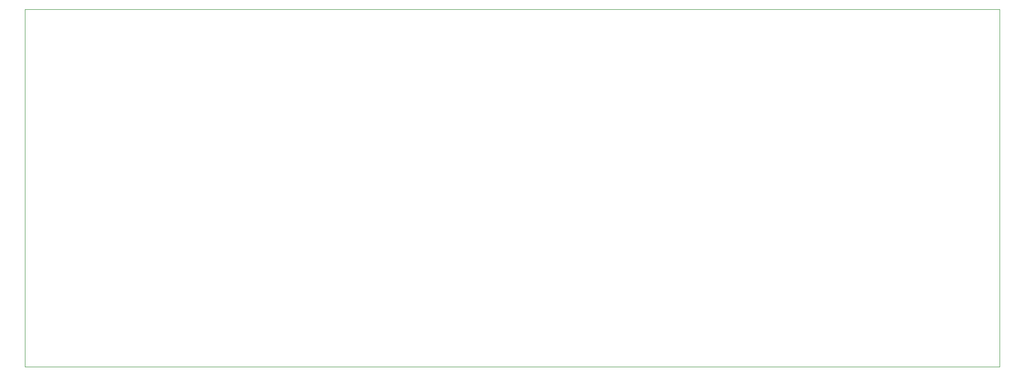
<source format=gbr>
G04 #@! TF.FileFunction,Profile,NP*
%FSLAX46Y46*%
G04 Gerber Fmt 4.6, Leading zero omitted, Abs format (unit mm)*
G04 Created by KiCad (PCBNEW 4.0.4-stable) date 07/11/17 15:37:42*
%MOMM*%
%LPD*%
G01*
G04 APERTURE LIST*
%ADD10C,0.100000*%
G04 APERTURE END LIST*
D10*
X169000000Y0D02*
X169000000Y62000000D01*
X0Y62000000D02*
X169000000Y62000000D01*
X0Y0D02*
X0Y62000000D01*
X0Y0D02*
X169000000Y0D01*
M02*

</source>
